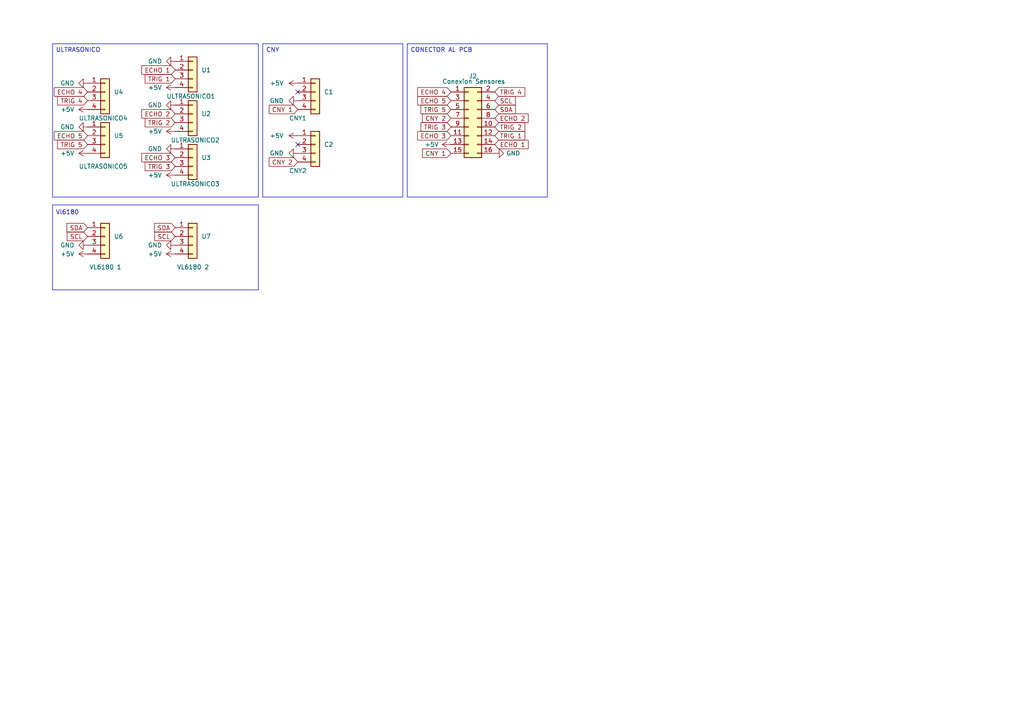
<source format=kicad_sch>
(kicad_sch (version 20231120) (generator "eeschema") (generator_version "8.0")
  (paper "A4")
  (lib_symbols
    (symbol "Connector_Generic:Conn_01x04" (pin_names (offset 1.016) hide)
      (property "Reference" "J" (at 0 5.08 0))
      (property "Value" "Conn_01x04" (at 0 -7.62 0))
      (symbol "Conn_01x04_1_1"
        (rectangle (start -1.27 -4.953) (end 0 -5.207) (stroke (width 0.1524)))
        (rectangle (start -1.27 -2.413) (end 0 -2.667) (stroke (width 0.1524)))
        (rectangle (start -1.27 0.127) (end 0 -0.127) (stroke (width 0.1524)))
        (rectangle (start -1.27 2.667) (end 0 2.413) (stroke (width 0.1524)))
        (rectangle (start -1.27 3.81) (end 1.27 -6.35) (stroke (width 0.254)) (fill (type background)))
        (pin passive line (at -5.08 2.54 0) (length 3.81) (name "Pin_1") (number "1"))
        (pin passive line (at -5.08 0 0) (length 3.81) (name "Pin_2") (number "2"))
        (pin passive line (at -5.08 -2.54 0) (length 3.81) (name "Pin_3") (number "3"))
        (pin passive line (at -5.08 -5.08 0) (length 3.81) (name "Pin_4") (number "4"))
      )
    )
    (symbol "Connector_Generic:Conn_02x08_Odd_Even" (pin_names (offset 1.016) hide)
      (property "Reference" "J" (at 1.27 10.16 0))
      (property "Value" "Conn_02x08_Odd_Even" (at 1.27 -12.7 0))
      (symbol "Conn_02x08_Odd_Even_1_1"
        (rectangle (start -1.27 -10.033) (end 0 -10.287) (stroke (width 0.1524)))
        (rectangle (start -1.27 -7.493) (end 0 -7.747) (stroke (width 0.1524)))
        (rectangle (start -1.27 -4.953) (end 0 -5.207) (stroke (width 0.1524)))
        (rectangle (start -1.27 -2.413) (end 0 -2.667) (stroke (width 0.1524)))
        (rectangle (start -1.27 0.127) (end 0 -0.127) (stroke (width 0.1524)))
        (rectangle (start -1.27 2.667) (end 0 2.413) (stroke (width 0.1524)))
        (rectangle (start -1.27 5.207) (end 0 4.953) (stroke (width 0.1524)))
        (rectangle (start -1.27 7.747) (end 0 7.493) (stroke (width 0.1524)))
        (rectangle (start -1.27 8.89) (end 3.81 -11.43) (stroke (width 0.254)) (fill (type background)))
        (rectangle (start 3.81 -10.033) (end 2.54 -10.287) (stroke (width 0.1524)))
        (rectangle (start 3.81 -7.493) (end 2.54 -7.747) (stroke (width 0.1524)))
        (rectangle (start 3.81 -4.953) (end 2.54 -5.207) (stroke (width 0.1524)))
        (rectangle (start 3.81 -2.413) (end 2.54 -2.667) (stroke (width 0.1524)))
        (rectangle (start 3.81 0.127) (end 2.54 -0.127) (stroke (width 0.1524)))
        (rectangle (start 3.81 2.667) (end 2.54 2.413) (stroke (width 0.1524)))
        (rectangle (start 3.81 5.207) (end 2.54 4.953) (stroke (width 0.1524)))
        (rectangle (start 3.81 7.747) (end 2.54 7.493) (stroke (width 0.1524)))
        (pin passive line (at -5.08 7.62 0) (length 3.81) (name "Pin_1") (number "1"))
        (pin passive line (at 7.62 -2.54 180) (length 3.81) (name "Pin_10") (number "10"))
        (pin passive line (at -5.08 -5.08 0) (length 3.81) (name "Pin_11") (number "11"))
        (pin passive line (at 7.62 -5.08 180) (length 3.81) (name "Pin_12") (number "12"))
        (pin passive line (at -5.08 -7.62 0) (length 3.81) (name "Pin_13") (number "13"))
        (pin passive line (at 7.62 -7.62 180) (length 3.81) (name "Pin_14") (number "14"))
        (pin passive line (at -5.08 -10.16 0) (length 3.81) (name "Pin_15") (number "15"))
        (pin passive line (at 7.62 -10.16 180) (length 3.81) (name "Pin_16") (number "16"))
        (pin passive line (at 7.62 7.62 180) (length 3.81) (name "Pin_2") (number "2"))
        (pin passive line (at -5.08 5.08 0) (length 3.81) (name "Pin_3") (number "3"))
        (pin passive line (at 7.62 5.08 180) (length 3.81) (name "Pin_4") (number "4"))
        (pin passive line (at -5.08 2.54 0) (length 3.81) (name "Pin_5") (number "5"))
        (pin passive line (at 7.62 2.54 180) (length 3.81) (name "Pin_6") (number "6"))
        (pin passive line (at -5.08 0 0) (length 3.81) (name "Pin_7") (number "7"))
        (pin passive line (at 7.62 0 180) (length 3.81) (name "Pin_8") (number "8"))
        (pin passive line (at -5.08 -2.54 0) (length 3.81) (name "Pin_9") (number "9"))
      )
    )
    (symbol "power:+5V" (power) (pin_numbers hide) (pin_names (offset 0) hide)
      (property "Value" "+5V" (at 0 3.556 0))
      (symbol "+5V_0_1"
        (polyline (pts (xy -0.762 1.27) (xy 0 2.54)))
        (polyline (pts (xy 0 0) (xy 0 2.54)))
        (polyline (pts (xy 0 2.54) (xy 0.762 1.27)))
      )
      (symbol "+5V_1_1"
        (pin power_in line (at 0 0 90) (length 0) (name "~") (number "1"))
      )
    )
    (symbol "power:GND" (power) (pin_numbers hide) (pin_names (offset 0) hide)
      (property "Value" "GND" (at 0 -3.81 0))
      (symbol "GND_0_1"
        (polyline (pts (xy 0 0) (xy 0 -1.27) (xy 1.27 -1.27) (xy 0 -2.54) (xy -1.27 -1.27) (xy 0 -1.27)))
      )
      (symbol "GND_1_1"
        (pin power_in line (at 0 0 270) (length 0) (name "~") (number "1"))
      )
    )
  )
  (no_connect (at 86.36 41.91))
  (no_connect (at 86.36 26.67))
  (rectangle (start 15.24 59.436) (end 74.93 84.074))
  (text_box "CONECTOR AL PCB" (at 118.11 12.7 0) (size 40.64 44.45) (effects (font (size 1.27 1.27)) (justify left top)))
  (text_box "ULTRASONICO" (at 15.24 12.7 0) (size 59.69 44.45) (effects (font (size 1.27 1.27)) (justify left top)))
  (text_box "CNY" (at 76.2 12.7 0) (size 40.64 44.45) (effects (font (size 1.27 1.27)) (justify left top)))
  (text "Vl6180" (at 19.558 61.722 0) (effects (font (size 1.27 1.27))))
  (global_label "SCL" (shape input) (at 143.51 29.21 0) (property "Intersheetrefs" "${INTERSHEET_REFS}" (effects (hide yes))))
  (global_label "ECHO 1" (shape input) (at 50.8 20.32 180) (property "Intersheetrefs" "${INTERSHEET_REFS}" (effects (hide yes))))
  (global_label "SDA" (shape input) (at 25.4 66.04 180) (property "Intersheetrefs" "${INTERSHEET_REFS}" (effects (hide yes))))
  (global_label "TRIG 1" (shape input) (at 50.8 22.86 180) (property "Intersheetrefs" "${INTERSHEET_REFS}" (effects (hide yes))))
  (global_label "ECHO 2" (shape input) (at 143.51 34.29 0) (property "Intersheetrefs" "${INTERSHEET_REFS}" (effects (hide yes))))
  (global_label "TRIG 2" (shape input) (at 143.51 36.83 0) (property "Intersheetrefs" "${INTERSHEET_REFS}" (effects (hide yes))))
  (global_label "ECHO 3" (shape input) (at 130.81 39.37 180) (property "Intersheetrefs" "${INTERSHEET_REFS}" (effects (hide yes))))
  (global_label "TRIG 3" (shape input) (at 130.81 36.83 180) (property "Intersheetrefs" "${INTERSHEET_REFS}" (effects (hide yes))))
  (global_label "SCL" (shape input) (at 25.4 68.58 180) (property "Intersheetrefs" "${INTERSHEET_REFS}" (effects (hide yes))))
  (global_label "TRIG 3" (shape input) (at 50.8 48.26 180) (property "Intersheetrefs" "${INTERSHEET_REFS}" (effects (hide yes))))
  (global_label "TRIG 5" (shape input) (at 25.4 41.91 180) (property "Intersheetrefs" "${INTERSHEET_REFS}" (effects (hide yes))))
  (global_label "TRIG 2" (shape input) (at 50.8 35.56 180) (property "Intersheetrefs" "${INTERSHEET_REFS}" (effects (hide yes))))
  (global_label "SDA" (shape input) (at 143.51 31.75 0) (property "Intersheetrefs" "${INTERSHEET_REFS}" (effects (hide yes))))
  (global_label "ECHO 5" (shape input) (at 130.81 29.21 180) (property "Intersheetrefs" "${INTERSHEET_REFS}" (effects (hide yes))))
  (global_label "CNY 2" (shape input) (at 86.36 46.99 180) (property "Intersheetrefs" "${INTERSHEET_REFS}" (effects (hide yes))))
  (global_label "ECHO 4" (shape input) (at 130.81 26.67 180) (property "Intersheetrefs" "${INTERSHEET_REFS}" (effects (hide yes))))
  (global_label "TRIG 4" (shape input) (at 143.51 26.67 0) (property "Intersheetrefs" "${INTERSHEET_REFS}" (effects (hide yes))))
  (global_label "CNY 1" (shape input) (at 130.81 44.45 180) (property "Intersheetrefs" "${INTERSHEET_REFS}" (effects (hide yes))))
  (global_label "ECHO 1" (shape input) (at 143.51 41.91 0) (property "Intersheetrefs" "${INTERSHEET_REFS}" (effects (hide yes))))
  (global_label "ECHO 4" (shape input) (at 25.4 26.67 180) (property "Intersheetrefs" "${INTERSHEET_REFS}" (effects (hide yes))))
  (global_label "ECHO 2" (shape input) (at 50.8 33.02 180) (property "Intersheetrefs" "${INTERSHEET_REFS}" (effects (hide yes))))
  (global_label "ECHO 5" (shape input) (at 25.4 39.37 180) (property "Intersheetrefs" "${INTERSHEET_REFS}" (effects (hide yes))))
  (global_label "TRIG 5" (shape input) (at 130.81 31.75 180) (property "Intersheetrefs" "${INTERSHEET_REFS}" (effects (hide yes))))
  (global_label "TRIG 4" (shape input) (at 25.4 29.21 180) (property "Intersheetrefs" "${INTERSHEET_REFS}" (effects (hide yes))))
  (global_label "ECHO 3" (shape input) (at 50.8 45.72 180) (property "Intersheetrefs" "${INTERSHEET_REFS}" (effects (hide yes))))
  (global_label "CNY 1" (shape input) (at 86.36 31.75 180) (property "Intersheetrefs" "${INTERSHEET_REFS}" (effects (hide yes))))
  (global_label "SCL" (shape input) (at 50.8 68.58 180) (property "Intersheetrefs" "${INTERSHEET_REFS}" (effects (hide yes))))
  (global_label "TRIG 1" (shape input) (at 143.51 39.37 0) (property "Intersheetrefs" "${INTERSHEET_REFS}" (effects (hide yes))))
  (global_label "SDA" (shape input) (at 50.8 66.04 180) (property "Intersheetrefs" "${INTERSHEET_REFS}" (effects (hide yes))))
  (global_label "CNY 2" (shape input) (at 130.81 34.29 180) (property "Intersheetrefs" "${INTERSHEET_REFS}" (effects (hide yes))))
  (symbol (lib_id "power:GND") (at 86.36 44.45 270) (unit 1)
    (property "Reference" "#PWR014" (effects (hide yes)))
    (property "Value" "GND" (at 82.296 44.4499 90) (effects (justify right)))
    (property "Description" "Power symbol creates a global label with name \"GND\" , ground" (effects (hide yes)))
  )
  (symbol (lib_id "power:GND") (at 50.8 17.78 270) (unit 1)
    (property "Reference" "#PWR01" (effects (hide yes)))
    (property "Value" "GND" (at 46.99 17.7799 90) (effects (justify right)))
    (property "Description" "Power symbol creates a global label with name \"GND\" , ground" (effects (hide yes)))
  )
  (symbol (lib_id "Connector_Generic:Conn_01x04") (at 91.44 41.91 0) (unit 1)
    (property "Reference" "C2" (at 93.98 41.9099 0) (effects (justify left)))
    (property "Value" "CNY2" (at 83.82 49.53 0) (effects (justify left)))
    (property "Footprint" "Connector_PinHeader_2.54mm:PinHeader_1x04_P2.54mm_Horizontal" (effects (hide yes)))
    (property "Description" "Generic connector, single row, 01x04, script generated (kicad-library-utils/schlib/autogen/connector/)" (effects (hide yes)))
  )
  (symbol (lib_id "Connector_Generic:Conn_01x04") (at 30.48 68.58 0) (unit 1)
    (property "Reference" "U6" (at 33.02 68.5799 0) (effects (justify left)))
    (property "Value" "VL6180 1" (at 25.908 77.47 0) (effects (justify left)))
    (property "Footprint" "Connector_PinHeader_2.54mm:PinHeader_1x04_P2.54mm_Vertical" (effects (hide yes)))
    (property "Description" "Generic connector, single row, 01x04, script generated (kicad-library-utils/schlib/autogen/connector/)" (effects (hide yes)))
  )
  (symbol (lib_id "Connector_Generic:Conn_01x04") (at 55.88 20.32 0) (unit 1)
    (property "Reference" "U1" (at 58.42 20.3199 0) (effects (justify left)))
    (property "Value" "ULTRASONICO1" (at 48.26 27.94 0) (effects (justify left)))
    (property "Footprint" "Connector_PinHeader_2.54mm:PinHeader_1x04_P2.54mm_Horizontal" (effects (hide yes)))
    (property "Description" "Generic connector, single row, 01x04, script generated (kicad-library-utils/schlib/autogen/connector/)" (effects (hide yes)))
  )
  (symbol (lib_id "power:+5V") (at 25.4 73.66 90) (unit 1)
    (property "Reference" "#PWR015" (effects (hide yes)))
    (property "Value" "+5V" (at 21.59 73.6599 90) (effects (justify left)))
    (property "Description" "Power symbol creates a global label with name \"+5V\"" (effects (hide yes)))
  )
  (symbol (lib_id "power:+5V") (at 50.8 73.66 90) (unit 1)
    (property "Reference" "#PWR018" (effects (hide yes)))
    (property "Value" "+5V" (at 46.99 73.6599 90) (effects (justify left)))
    (property "Description" "Power symbol creates a global label with name \"+5V\"" (effects (hide yes)))
  )
  (symbol (lib_id "power:GND") (at 86.36 29.21 270) (unit 1)
    (property "Reference" "#PWR012" (effects (hide yes)))
    (property "Value" "GND" (at 82.296 29.2099 90) (effects (justify right)))
    (property "Description" "Power symbol creates a global label with name \"GND\" , ground" (effects (hide yes)))
  )
  (symbol (lib_id "Connector_Generic:Conn_01x04") (at 55.88 33.02 0) (unit 1)
    (property "Reference" "U2" (at 58.42 33.0199 0) (effects (justify left)))
    (property "Value" "ULTRASONICO2" (at 49.53 40.64 0) (effects (justify left)))
    (property "Footprint" "Connector_PinHeader_2.54mm:PinHeader_1x04_P2.54mm_Vertical" (effects (hide yes)))
    (property "Description" "Generic connector, single row, 01x04, script generated (kicad-library-utils/schlib/autogen/connector/)" (effects (hide yes)))
  )
  (symbol (lib_id "power:GND") (at 143.51 44.45 90) (unit 1)
    (property "Reference" "#PWR020" (effects (hide yes)))
    (property "Value" "GND" (at 148.844 44.45 90))
    (property "Description" "Power symbol creates a global label with name \"GND\" , ground" (effects (hide yes)))
  )
  (symbol (lib_id "power:+5V") (at 25.4 31.75 90) (unit 1)
    (property "Reference" "#PWR010" (effects (hide yes)))
    (property "Value" "+5V" (at 21.59 31.7499 90) (effects (justify left)))
    (property "Description" "Power symbol creates a global label with name \"+5V\"" (effects (hide yes)))
  )
  (symbol (lib_id "Connector_Generic:Conn_02x08_Odd_Even") (at 135.89 34.29 0) (unit 1)
    (property "Reference" "J2" (at 137.16 22.098 0))
    (property "Value" "Conexion Sensores" (at 137.414 23.622 0))
    (property "Footprint" "Connector_PinHeader_2.54mm:PinHeader_2x08_P2.54mm_Vertical" (effects (hide yes)))
    (property "Description" "Generic connector, double row, 02x08, odd/even pin numbering scheme (row 1 odd numbers, row 2 even numbers), script generated (kicad-library-utils/schlib/autogen/connector/)" (effects (hide yes)))
  )
  (symbol (lib_id "power:GND") (at 25.4 36.83 270) (unit 1)
    (property "Reference" "#PWR07" (effects (hide yes)))
    (property "Value" "GND" (at 21.59 36.8299 90) (effects (justify right)))
    (property "Description" "Power symbol creates a global label with name \"GND\" , ground" (effects (hide yes)))
  )
  (symbol (lib_id "power:+5V") (at 50.8 38.1 90) (unit 1)
    (property "Reference" "#PWR04" (effects (hide yes)))
    (property "Value" "+5V" (at 46.99 38.0999 90) (effects (justify left)))
    (property "Description" "Power symbol creates a global label with name \"+5V\"" (effects (hide yes)))
  )
  (symbol (lib_id "power:+5V") (at 86.36 39.37 90) (unit 1)
    (property "Reference" "#PWR013" (effects (hide yes)))
    (property "Value" "+5V" (at 82.296 39.3699 90) (effects (justify left)))
    (property "Description" "Power symbol creates a global label with name \"+5V\"" (effects (hide yes)))
  )
  (symbol (lib_id "power:GND") (at 50.8 71.12 270) (unit 1)
    (property "Reference" "#PWR017" (effects (hide yes)))
    (property "Value" "GND" (at 46.99 71.1199 90) (effects (justify right)))
    (property "Description" "Power symbol creates a global label with name \"GND\" , ground" (effects (hide yes)))
  )
  (symbol (lib_id "Connector_Generic:Conn_01x04") (at 91.44 26.67 0) (unit 1)
    (property "Reference" "C1" (at 93.98 26.6699 0) (effects (justify left)))
    (property "Value" "CNY1" (at 83.82 34.29 0) (effects (justify left)))
    (property "Footprint" "Connector_PinHeader_2.54mm:PinHeader_1x04_P2.54mm_Horizontal" (effects (hide yes)))
    (property "Description" "Generic connector, single row, 01x04, script generated (kicad-library-utils/schlib/autogen/connector/)" (effects (hide yes)))
  )
  (symbol (lib_id "power:+5V") (at 130.81 41.91 90) (unit 1)
    (property "Reference" "#PWR019" (effects (hide yes)))
    (property "Value" "+5V" (at 127.254 41.9099 90) (effects (justify left)))
    (property "Description" "Power symbol creates a global label with name \"+5V\"" (effects (hide yes)))
  )
  (symbol (lib_id "power:+5V") (at 86.36 24.13 90) (unit 1)
    (property "Reference" "#PWR011" (effects (hide yes)))
    (property "Value" "+5V" (at 82.296 24.1299 90) (effects (justify left)))
    (property "Description" "Power symbol creates a global label with name \"+5V\"" (effects (hide yes)))
  )
  (symbol (lib_id "power:GND") (at 50.8 43.18 270) (unit 1)
    (property "Reference" "#PWR05" (effects (hide yes)))
    (property "Value" "GND" (at 46.99 43.1799 90) (effects (justify right)))
    (property "Description" "Power symbol creates a global label with name \"GND\" , ground" (effects (hide yes)))
  )
  (symbol (lib_id "power:GND") (at 25.4 71.12 270) (unit 1)
    (property "Reference" "#PWR016" (effects (hide yes)))
    (property "Value" "GND" (at 21.59 71.1199 90) (effects (justify right)))
    (property "Description" "Power symbol creates a global label with name \"GND\" , ground" (effects (hide yes)))
  )
  (symbol (lib_id "power:+5V") (at 25.4 44.45 90) (unit 1)
    (property "Reference" "#PWR08" (effects (hide yes)))
    (property "Value" "+5V" (at 21.59 44.4499 90) (effects (justify left)))
    (property "Description" "Power symbol creates a global label with name \"+5V\"" (effects (hide yes)))
  )
  (symbol (lib_id "power:+5V") (at 50.8 25.4 90) (unit 1)
    (property "Reference" "#PWR02" (effects (hide yes)))
    (property "Value" "+5V" (at 46.99 25.3999 90) (effects (justify left)))
    (property "Description" "Power symbol creates a global label with name \"+5V\"" (effects (hide yes)))
  )
  (symbol (lib_id "power:GND") (at 50.8 30.48 270) (unit 1)
    (property "Reference" "#PWR03" (effects (hide yes)))
    (property "Value" "GND" (at 46.99 30.4799 90) (effects (justify right)))
    (property "Description" "Power symbol creates a global label with name \"GND\" , ground" (effects (hide yes)))
  )
  (symbol (lib_id "Connector_Generic:Conn_01x04") (at 30.48 26.67 0) (unit 1)
    (property "Reference" "U4" (at 33.02 26.6699 0) (effects (justify left)))
    (property "Value" "ULTRASONICO4" (at 22.86 34.29 0) (effects (justify left)))
    (property "Footprint" "Connector_PinHeader_2.54mm:PinHeader_1x04_P2.54mm_Vertical" (effects (hide yes)))
    (property "Description" "Generic connector, single row, 01x04, script generated (kicad-library-utils/schlib/autogen/connector/)" (effects (hide yes)))
  )
  (symbol (lib_id "Connector_Generic:Conn_01x04") (at 55.88 45.72 0) (unit 1)
    (property "Reference" "U3" (at 58.42 45.7199 0) (effects (justify left)))
    (property "Value" "ULTRASONICO3" (at 49.53 53.34 0) (effects (justify left)))
    (property "Footprint" "Connector_PinHeader_2.54mm:PinHeader_1x04_P2.54mm_Horizontal" (effects (hide yes)))
    (property "Description" "Generic connector, single row, 01x04, script generated (kicad-library-utils/schlib/autogen/connector/)" (effects (hide yes)))
  )
  (symbol (lib_id "power:+5V") (at 50.8 50.8 90) (unit 1)
    (property "Reference" "#PWR06" (effects (hide yes)))
    (property "Value" "+5V" (at 46.99 50.7999 90) (effects (justify left)))
    (property "Description" "Power symbol creates a global label with name \"+5V\"" (effects (hide yes)))
  )
  (symbol (lib_id "Connector_Generic:Conn_01x04") (at 55.88 68.58 0) (unit 1)
    (property "Reference" "U7" (at 58.42 68.5799 0) (effects (justify left)))
    (property "Value" "VL6180 2" (at 51.308 77.47 0) (effects (justify left)))
    (property "Footprint" "Connector_PinHeader_2.54mm:PinHeader_1x04_P2.54mm_Vertical" (effects (hide yes)))
    (property "Description" "Generic connector, single row, 01x04, script generated (kicad-library-utils/schlib/autogen/connector/)" (effects (hide yes)))
  )
  (symbol (lib_id "power:GND") (at 25.4 24.13 270) (unit 1)
    (property "Reference" "#PWR09" (effects (hide yes)))
    (property "Value" "GND" (at 21.59 24.1299 90) (effects (justify right)))
    (property "Description" "Power symbol creates a global label with name \"GND\" , ground" (effects (hide yes)))
  )
  (symbol (lib_id "Connector_Generic:Conn_01x04") (at 30.48 39.37 0) (unit 1)
    (property "Reference" "U5" (at 33.02 39.3699 0) (effects (justify left)))
    (property "Value" "ULTRASONICO5" (at 22.86 48.26 0) (effects (justify left)))
    (property "Footprint" "Connector_PinHeader_2.54mm:PinHeader_1x04_P2.54mm_Horizontal" (effects (hide yes)))
    (property "Description" "Generic connector, single row, 01x04, script generated (kicad-library-utils/schlib/autogen/connector/)" (effects (hide yes)))
  )
)
</source>
